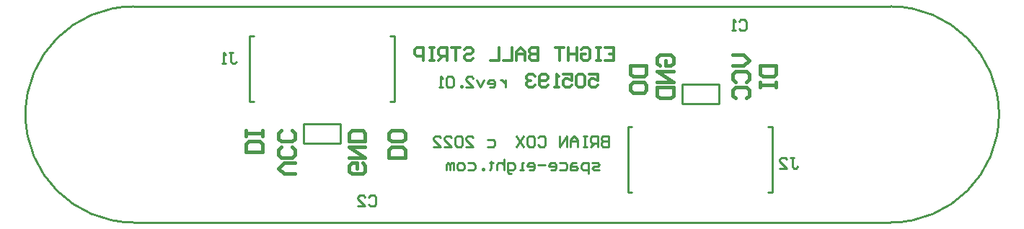
<source format=gbo>
%FSLAX25Y25*%
%MOIN*%
G70*
G01*
G75*
G04 Layer_Color=33789*
%ADD10P,0.08352X4X369.0*%
%ADD11P,0.08352X4X81.0*%
%ADD12P,0.08352X4X153.0*%
%ADD13R,0.05906X0.05906*%
%ADD14P,0.08352X4X117.0*%
%ADD15R,0.05906X0.05906*%
%ADD16C,0.05000*%
%ADD17C,0.02500*%
%ADD18C,0.16500*%
%ADD19C,0.04000*%
%ADD20R,0.05000X0.08000*%
%ADD21R,0.12205X0.17716*%
%ADD22C,0.01000*%
%ADD23C,0.01200*%
%ADD24C,0.01500*%
D22*
X933000Y925000D02*
G03*
X933000Y825000I0J-50000D01*
G01*
X1283000D02*
G03*
X1283000Y925000I0J50000D01*
G01*
X933000D02*
X1283000D01*
X933000Y825000D02*
X1283000D01*
X1186484Y879984D02*
Y889016D01*
Y879984D02*
X1203516D01*
Y889016D01*
X1186484D02*
X1203516D01*
X1028516Y861484D02*
Y870516D01*
X1011484D02*
X1028516D01*
X1011484Y861484D02*
Y870516D01*
Y861484D02*
X1028516D01*
X1051622Y911453D02*
X1053591D01*
Y880941D02*
Y911453D01*
X1051622Y880941D02*
X1053591D01*
X986661Y911453D02*
X988630D01*
X986661Y880941D02*
Y911453D01*
Y880941D02*
X988630D01*
X1161409Y838941D02*
X1163378D01*
X1161409D02*
Y869453D01*
X1163378D01*
X1226370Y838941D02*
X1228339Y838941D01*
Y869453D01*
X1226370D02*
X1228339D01*
X1041668Y836665D02*
X1042501Y837498D01*
X1044167D01*
X1045000Y836665D01*
Y833333D01*
X1044167Y832500D01*
X1042501D01*
X1041668Y833333D01*
X1036669Y832500D02*
X1040002D01*
X1036669Y835832D01*
Y836665D01*
X1037502Y837498D01*
X1039169D01*
X1040002Y836665D01*
X1212745Y918088D02*
X1213578Y918921D01*
X1215244D01*
X1216077Y918088D01*
Y914756D01*
X1215244Y913923D01*
X1213578D01*
X1212745Y914756D01*
X1211079Y913923D02*
X1209413D01*
X1210246D01*
Y918921D01*
X1211079Y918088D01*
X1236668Y854998D02*
X1238334D01*
X1237501D01*
Y850833D01*
X1238334Y850000D01*
X1239167D01*
X1240000Y850833D01*
X1231669Y850000D02*
X1235002D01*
X1231669Y853332D01*
Y854165D01*
X1232502Y854998D01*
X1234169D01*
X1235002Y854165D01*
X977168Y903498D02*
X978834D01*
X978001D01*
Y899333D01*
X978834Y898500D01*
X979667D01*
X980500Y899333D01*
X975502Y898500D02*
X973835D01*
X974669D01*
Y903498D01*
X975502Y902665D01*
X1148321Y849179D02*
X1145822D01*
X1144989Y850012D01*
X1145822Y850845D01*
X1147488D01*
X1148321Y851678D01*
X1147488Y852511D01*
X1144989D01*
X1143323Y847513D02*
Y852511D01*
X1140823D01*
X1139990Y851678D01*
Y850012D01*
X1140823Y849179D01*
X1143323D01*
X1137491Y852511D02*
X1135825D01*
X1134992Y851678D01*
Y849179D01*
X1137491D01*
X1138324Y850012D01*
X1137491Y850845D01*
X1134992D01*
X1129994Y852511D02*
X1132493D01*
X1133326Y851678D01*
Y850012D01*
X1132493Y849179D01*
X1129994D01*
X1125828D02*
X1127495D01*
X1128327Y850012D01*
Y851678D01*
X1127495Y852511D01*
X1125828D01*
X1124995Y851678D01*
Y850845D01*
X1128327D01*
X1123329Y851678D02*
X1119997D01*
X1115832Y849179D02*
X1117498D01*
X1118331Y850012D01*
Y851678D01*
X1117498Y852511D01*
X1115832D01*
X1114999Y851678D01*
Y850845D01*
X1118331D01*
X1113332Y849179D02*
X1111666D01*
X1112499D01*
Y852511D01*
X1113332D01*
X1107501Y847513D02*
X1106668D01*
X1105835Y848346D01*
Y852511D01*
X1108334D01*
X1109167Y851678D01*
Y850012D01*
X1108334Y849179D01*
X1105835D01*
X1104169Y854177D02*
Y849179D01*
Y851678D01*
X1103336Y852511D01*
X1101670D01*
X1100836Y851678D01*
Y849179D01*
X1098337Y853344D02*
Y852511D01*
X1099170D01*
X1097504D01*
X1098337D01*
Y850012D01*
X1097504Y849179D01*
X1095005D02*
Y850012D01*
X1094172D01*
Y849179D01*
X1095005D01*
X1087507Y852511D02*
X1090007D01*
X1090840Y851678D01*
Y850012D01*
X1090007Y849179D01*
X1087507D01*
X1085008D02*
X1083342D01*
X1082509Y850012D01*
Y851678D01*
X1083342Y852511D01*
X1085008D01*
X1085841Y851678D01*
Y850012D01*
X1085008Y849179D01*
X1080843D02*
Y852511D01*
X1080010D01*
X1079177Y851678D01*
Y849179D01*
Y851678D01*
X1078344Y852511D01*
X1077511Y851678D01*
Y849179D01*
X1105000Y890832D02*
Y887500D01*
Y889166D01*
X1104167Y889999D01*
X1103334Y890832D01*
X1102501D01*
X1097502Y887500D02*
X1099169D01*
X1100002Y888333D01*
Y889999D01*
X1099169Y890832D01*
X1097502D01*
X1096669Y889999D01*
Y889166D01*
X1100002D01*
X1095003Y890832D02*
X1093337Y887500D01*
X1091671Y890832D01*
X1086673Y887500D02*
X1090005D01*
X1086673Y890832D01*
Y891665D01*
X1087506Y892498D01*
X1089172D01*
X1090005Y891665D01*
X1085007Y887500D02*
Y888333D01*
X1084173D01*
Y887500D01*
X1085007D01*
X1080841Y891665D02*
X1080008Y892498D01*
X1078342D01*
X1077509Y891665D01*
Y888333D01*
X1078342Y887500D01*
X1080008D01*
X1080841Y888333D01*
Y891665D01*
X1075843Y887500D02*
X1074177D01*
X1075010D01*
Y892498D01*
X1075843Y891665D01*
X1152500Y864998D02*
Y860000D01*
X1150001D01*
X1149168Y860833D01*
Y861666D01*
X1150001Y862499D01*
X1152500D01*
X1150001D01*
X1149168Y863332D01*
Y864165D01*
X1150001Y864998D01*
X1152500D01*
X1147502Y860000D02*
Y864998D01*
X1145002D01*
X1144169Y864165D01*
Y862499D01*
X1145002Y861666D01*
X1147502D01*
X1145835D02*
X1144169Y860000D01*
X1142503Y864998D02*
X1140837D01*
X1141670D01*
Y860000D01*
X1142503D01*
X1140837D01*
X1138338D02*
Y863332D01*
X1136672Y864998D01*
X1135006Y863332D01*
Y860000D01*
Y862499D01*
X1138338D01*
X1133340Y860000D02*
Y864998D01*
X1130007Y860000D01*
Y864998D01*
X1120010Y864165D02*
X1120844Y864998D01*
X1122510D01*
X1123343Y864165D01*
Y860833D01*
X1122510Y860000D01*
X1120844D01*
X1120010Y860833D01*
X1115845Y864998D02*
X1117511D01*
X1118344Y864165D01*
Y860833D01*
X1117511Y860000D01*
X1115845D01*
X1115012Y860833D01*
Y864165D01*
X1115845Y864998D01*
X1113346D02*
X1110014Y860000D01*
Y864998D02*
X1113346Y860000D01*
X1096668Y863332D02*
X1099167D01*
X1100000Y862499D01*
Y860833D01*
X1099167Y860000D01*
X1096668D01*
X1086671D02*
X1090003D01*
X1086671Y863332D01*
Y864165D01*
X1087504Y864998D01*
X1089170D01*
X1090003Y864165D01*
X1085005D02*
X1084172Y864998D01*
X1082506D01*
X1081673Y864165D01*
Y860833D01*
X1082506Y860000D01*
X1084172D01*
X1085005Y860833D01*
Y864165D01*
X1076674Y860000D02*
X1080007D01*
X1076674Y863332D01*
Y864165D01*
X1077507Y864998D01*
X1079173D01*
X1080007Y864165D01*
X1071676Y860000D02*
X1075008D01*
X1071676Y863332D01*
Y864165D01*
X1072509Y864998D01*
X1074175D01*
X1075008Y864165D01*
D23*
X1151001Y905998D02*
X1155000D01*
Y900000D01*
X1151001D01*
X1155000Y902999D02*
X1153001D01*
X1149002Y905998D02*
X1147003D01*
X1148002D01*
Y900000D01*
X1149002D01*
X1147003D01*
X1140005Y904998D02*
X1141004Y905998D01*
X1143004D01*
X1144004Y904998D01*
Y901000D01*
X1143004Y900000D01*
X1141004D01*
X1140005Y901000D01*
Y902999D01*
X1142004D01*
X1138006Y905998D02*
Y900000D01*
Y902999D01*
X1134007D01*
Y905998D01*
Y900000D01*
X1132007Y905998D02*
X1128009D01*
X1130008D01*
Y900000D01*
X1120011Y905998D02*
Y900000D01*
X1117012D01*
X1116013Y901000D01*
Y901999D01*
X1117012Y902999D01*
X1120011D01*
X1117012D01*
X1116013Y903999D01*
Y904998D01*
X1117012Y905998D01*
X1120011D01*
X1114013Y900000D02*
Y903999D01*
X1112014Y905998D01*
X1110015Y903999D01*
Y900000D01*
Y902999D01*
X1114013D01*
X1108015Y905998D02*
Y900000D01*
X1104016D01*
X1102017Y905998D02*
Y900000D01*
X1098018D01*
X1086022Y904998D02*
X1087022Y905998D01*
X1089021D01*
X1090021Y904998D01*
Y903999D01*
X1089021Y902999D01*
X1087022D01*
X1086022Y901999D01*
Y901000D01*
X1087022Y900000D01*
X1089021D01*
X1090021Y901000D01*
X1084023Y905998D02*
X1080024D01*
X1082024D01*
Y900000D01*
X1078025D02*
Y905998D01*
X1075026D01*
X1074026Y904998D01*
Y902999D01*
X1075026Y901999D01*
X1078025D01*
X1076025D02*
X1074026Y900000D01*
X1072027Y905998D02*
X1070028D01*
X1071027D01*
Y900000D01*
X1072027D01*
X1070028D01*
X1067029D02*
Y905998D01*
X1064029D01*
X1063030Y904998D01*
Y902999D01*
X1064029Y901999D01*
X1067029D01*
X1143501Y893498D02*
X1147500D01*
Y890499D01*
X1145501Y891499D01*
X1144501D01*
X1143501Y890499D01*
Y888500D01*
X1144501Y887500D01*
X1146500D01*
X1147500Y888500D01*
X1141502Y892498D02*
X1140502Y893498D01*
X1138503D01*
X1137503Y892498D01*
Y888500D01*
X1138503Y887500D01*
X1140502D01*
X1141502Y888500D01*
Y892498D01*
X1131505Y893498D02*
X1135504D01*
Y890499D01*
X1133504Y891499D01*
X1132505D01*
X1131505Y890499D01*
Y888500D01*
X1132505Y887500D01*
X1134504D01*
X1135504Y888500D01*
X1129506Y887500D02*
X1127507D01*
X1128506D01*
Y893498D01*
X1129506Y892498D01*
X1124507Y888500D02*
X1123508Y887500D01*
X1121508D01*
X1120509Y888500D01*
Y892498D01*
X1121508Y893498D01*
X1123508D01*
X1124507Y892498D01*
Y891499D01*
X1123508Y890499D01*
X1120509D01*
X1118509Y892498D02*
X1117510Y893498D01*
X1115510D01*
X1114511Y892498D01*
Y891499D01*
X1115510Y890499D01*
X1116510D01*
X1115510D01*
X1114511Y889499D01*
Y888500D01*
X1115510Y887500D01*
X1117510D01*
X1118509Y888500D01*
D24*
X1058527Y854997D02*
X1051029D01*
Y858746D01*
X1052279Y859996D01*
X1057277D01*
X1058527Y858746D01*
Y854997D01*
Y866244D02*
Y863745D01*
X1057277Y862495D01*
X1052279D01*
X1051029Y863745D01*
Y866244D01*
X1052279Y867493D01*
X1057277D01*
X1058527Y866244D01*
X1007498Y847500D02*
X1002499D01*
X1000000Y849999D01*
X1002499Y852498D01*
X1007498D01*
X1006248Y859996D02*
X1007498Y858746D01*
Y856247D01*
X1006248Y854998D01*
X1001250D01*
X1000000Y856247D01*
Y858746D01*
X1001250Y859996D01*
X1006248Y867494D02*
X1007498Y866244D01*
Y863745D01*
X1006248Y862495D01*
X1001250D01*
X1000000Y863745D01*
Y866244D01*
X1001250Y867494D01*
X1038748Y852498D02*
X1039998Y851249D01*
Y848750D01*
X1038748Y847500D01*
X1033750D01*
X1032500Y848750D01*
Y851249D01*
X1033750Y852498D01*
X1036249D01*
Y849999D01*
X1032500Y854998D02*
X1039998D01*
X1032500Y859996D01*
X1039998D01*
Y862495D02*
X1032500D01*
Y866244D01*
X1033750Y867494D01*
X1038748D01*
X1039998Y866244D01*
Y862495D01*
X992498Y857500D02*
X985000D01*
Y861249D01*
X986250Y862498D01*
X991248D01*
X992498Y861249D01*
Y857500D01*
Y864998D02*
Y867497D01*
Y866247D01*
X985000D01*
Y864998D01*
Y867497D01*
X1222502Y897500D02*
X1230000D01*
Y893751D01*
X1228750Y892502D01*
X1223752D01*
X1222502Y893751D01*
Y897500D01*
Y890002D02*
Y887503D01*
Y888753D01*
X1230000D01*
Y890002D01*
Y887503D01*
X1176252Y897502D02*
X1175002Y898751D01*
Y901250D01*
X1176252Y902500D01*
X1181250D01*
X1182500Y901250D01*
Y898751D01*
X1181250Y897502D01*
X1178751D01*
Y900001D01*
X1182500Y895002D02*
X1175002D01*
X1182500Y890004D01*
X1175002D01*
Y887505D02*
X1182500D01*
Y883756D01*
X1181250Y882506D01*
X1176252D01*
X1175002Y883756D01*
Y887505D01*
X1210002Y902500D02*
X1215001D01*
X1217500Y900001D01*
X1215001Y897502D01*
X1210002D01*
X1211252Y890004D02*
X1210002Y891254D01*
Y893753D01*
X1211252Y895002D01*
X1216250D01*
X1217500Y893753D01*
Y891254D01*
X1216250Y890004D01*
X1211252Y882506D02*
X1210002Y883756D01*
Y886255D01*
X1211252Y887505D01*
X1216250D01*
X1217500Y886255D01*
Y883756D01*
X1216250Y882506D01*
X1162502Y897500D02*
X1170000D01*
Y893751D01*
X1168750Y892502D01*
X1163752D01*
X1162502Y893751D01*
Y897500D01*
Y886254D02*
Y888753D01*
X1163752Y890002D01*
X1168750D01*
X1170000Y888753D01*
Y886254D01*
X1168750Y885004D01*
X1163752D01*
X1162502Y886254D01*
M02*

</source>
